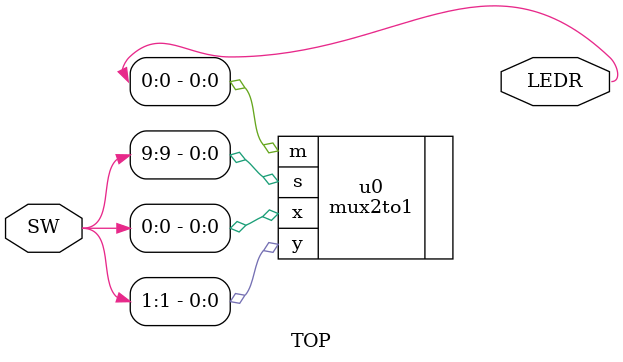
<source format=v>
module TOP(input [9:0]SW, output [9:0]LEDR);
    mux2to1 u0(
        .x(SW[0]),
        .y(SW[1]),
        .s(SW[9]),
        .m(LEDR[0])
        );
endmodule
</source>
